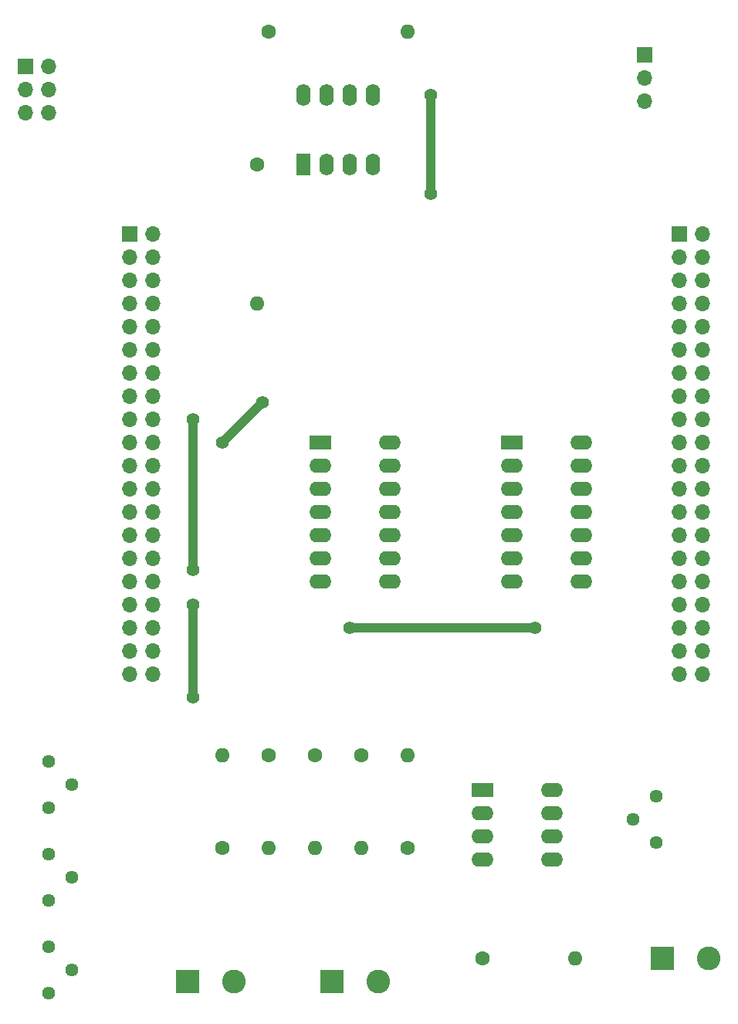
<source format=gbr>
%TF.GenerationSoftware,KiCad,Pcbnew,(5.0.1)-4*%
%TF.CreationDate,2021-03-18T16:30:47+01:00*%
%TF.ProjectId,carteDmx512,6361727465446D783531322E6B696361,rev?*%
%TF.SameCoordinates,Original*%
%TF.FileFunction,Copper,L1,Top,Signal*%
%TF.FilePolarity,Positive*%
%FSLAX46Y46*%
G04 Gerber Fmt 4.6, Leading zero omitted, Abs format (unit mm)*
G04 Created by KiCad (PCBNEW (5.0.1)-4) date 18/03/2021 16:30:47*
%MOMM*%
%LPD*%
G01*
G04 APERTURE LIST*
%TA.AperFunction,ComponentPad*%
%ADD10O,2.400000X1.600000*%
%TD*%
%TA.AperFunction,ComponentPad*%
%ADD11R,2.400000X1.600000*%
%TD*%
%TA.AperFunction,ComponentPad*%
%ADD12R,1.700000X1.700000*%
%TD*%
%TA.AperFunction,ComponentPad*%
%ADD13O,1.700000X1.700000*%
%TD*%
%TA.AperFunction,ComponentPad*%
%ADD14O,1.600000X1.600000*%
%TD*%
%TA.AperFunction,ComponentPad*%
%ADD15C,1.600000*%
%TD*%
%TA.AperFunction,ComponentPad*%
%ADD16C,1.440000*%
%TD*%
%TA.AperFunction,ComponentPad*%
%ADD17R,1.600000X2.400000*%
%TD*%
%TA.AperFunction,ComponentPad*%
%ADD18O,1.600000X2.400000*%
%TD*%
%TA.AperFunction,ComponentPad*%
%ADD19R,2.600000X2.600000*%
%TD*%
%TA.AperFunction,ComponentPad*%
%ADD20C,2.600000*%
%TD*%
%TA.AperFunction,ViaPad*%
%ADD21C,1.400000*%
%TD*%
%TA.AperFunction,Conductor*%
%ADD22C,1.000000*%
%TD*%
G04 APERTURE END LIST*
D10*
%TO.P,U1,14*%
%TO.N,5V*%
X254635000Y-96520000D03*
%TO.P,U1,7*%
%TO.N,GND*%
X247015000Y-111760000D03*
%TO.P,U1,13*%
%TO.N,Net-(J2-Pad3)*%
X254635000Y-99060000D03*
%TO.P,U1,6*%
%TO.N,start*%
X247015000Y-109220000D03*
%TO.P,U1,12*%
%TO.N,Net-(J2-Pad3)*%
X254635000Y-101600000D03*
%TO.P,U1,5*%
%TO.N,out_s*%
X247015000Y-106680000D03*
%TO.P,U1,11*%
%TO.N,Net-(J2-Pad1)*%
X254635000Y-104140000D03*
%TO.P,U1,4*%
%TO.N,Net-(U1-Pad4)*%
X247015000Y-104140000D03*
%TO.P,U1,10*%
%TO.N,N/C*%
X254635000Y-106680000D03*
%TO.P,U1,3*%
X247015000Y-101600000D03*
%TO.P,U1,9*%
X254635000Y-109220000D03*
%TO.P,U1,2*%
X247015000Y-99060000D03*
%TO.P,U1,8*%
X254635000Y-111760000D03*
D11*
%TO.P,U1,1*%
X247015000Y-96520000D03*
%TD*%
D12*
%TO.P,J4,1*%
%TO.N,Net-(J4-Pad1)*%
X205105000Y-73660000D03*
D13*
%TO.P,J4,2*%
%TO.N,Net-(J4-Pad2)*%
X207645000Y-73660000D03*
%TO.P,J4,3*%
%TO.N,TX*%
X205105000Y-76200000D03*
%TO.P,J4,4*%
%TO.N,Net-(J4-Pad4)*%
X207645000Y-76200000D03*
%TO.P,J4,5*%
%TO.N,Net-(J4-Pad5)*%
X205105000Y-78740000D03*
%TO.P,J4,6*%
%TO.N,Net-(J4-Pad6)*%
X207645000Y-78740000D03*
%TO.P,J4,7*%
%TO.N,Net-(J4-Pad7)*%
X205105000Y-81280000D03*
%TO.P,J4,8*%
%TO.N,Net-(J4-Pad8)*%
X207645000Y-81280000D03*
%TO.P,J4,9*%
%TO.N,Net-(J4-Pad9)*%
X205105000Y-83820000D03*
%TO.P,J4,10*%
%TO.N,Net-(J4-Pad10)*%
X207645000Y-83820000D03*
%TO.P,J4,11*%
%TO.N,Net-(J4-Pad11)*%
X205105000Y-86360000D03*
%TO.P,J4,12*%
%TO.N,Net-(J4-Pad12)*%
X207645000Y-86360000D03*
%TO.P,J4,13*%
%TO.N,Net-(J4-Pad13)*%
X205105000Y-88900000D03*
%TO.P,J4,14*%
%TO.N,Net-(J4-Pad14)*%
X207645000Y-88900000D03*
%TO.P,J4,15*%
%TO.N,Net-(J4-Pad15)*%
X205105000Y-91440000D03*
%TO.P,J4,16*%
%TO.N,Net-(J4-Pad16)*%
X207645000Y-91440000D03*
%TO.P,J4,17*%
%TO.N,Net-(J4-Pad17)*%
X205105000Y-93980000D03*
%TO.P,J4,18*%
%TO.N,3.3V*%
X207645000Y-93980000D03*
%TO.P,J4,19*%
%TO.N,Net-(J4-Pad19)*%
X205105000Y-96520000D03*
%TO.P,J4,20*%
%TO.N,5V*%
X207645000Y-96520000D03*
%TO.P,J4,21*%
%TO.N,GND*%
X205105000Y-99060000D03*
%TO.P,J4,22*%
X207645000Y-99060000D03*
%TO.P,J4,23*%
%TO.N,Net-(J4-Pad23)*%
X205105000Y-101600000D03*
%TO.P,J4,24*%
%TO.N,GND*%
X207645000Y-101600000D03*
%TO.P,J4,25*%
%TO.N,Net-(J4-Pad25)*%
X205105000Y-104140000D03*
%TO.P,J4,26*%
%TO.N,Vinput*%
X207645000Y-104140000D03*
%TO.P,J4,27*%
%TO.N,Net-(J4-Pad27)*%
X205105000Y-106680000D03*
%TO.P,J4,28*%
%TO.N,Net-(J4-Pad28)*%
X207645000Y-106680000D03*
%TO.P,J4,29*%
%TO.N,Net-(J4-Pad29)*%
X205105000Y-109220000D03*
%TO.P,J4,30*%
%TO.N,Net-(J4-Pad30)*%
X207645000Y-109220000D03*
%TO.P,J4,31*%
%TO.N,Net-(J4-Pad31)*%
X205105000Y-111760000D03*
%TO.P,J4,32*%
%TO.N,Net-(J4-Pad32)*%
X207645000Y-111760000D03*
%TO.P,J4,33*%
%TO.N,Net-(J4-Pad33)*%
X205105000Y-114300000D03*
%TO.P,J4,34*%
%TO.N,Net-(J4-Pad34)*%
X207645000Y-114300000D03*
%TO.P,J4,35*%
%TO.N,Net-(J4-Pad35)*%
X205105000Y-116840000D03*
%TO.P,J4,36*%
%TO.N,PitchIn_Adapt*%
X207645000Y-116840000D03*
%TO.P,J4,37*%
%TO.N,AnInG*%
X205105000Y-119380000D03*
%TO.P,J4,38*%
%TO.N,VolumeIn_Adapt*%
X207645000Y-119380000D03*
%TO.P,J4,39*%
%TO.N,AnInB*%
X205105000Y-121920000D03*
%TO.P,J4,40*%
%TO.N,AnInR*%
X207645000Y-121920000D03*
%TD*%
%TO.P,J5,40*%
%TO.N,Net-(J5-Pad40)*%
X267970000Y-121920000D03*
%TO.P,J5,39*%
%TO.N,Net-(J5-Pad39)*%
X265430000Y-121920000D03*
%TO.P,J5,38*%
%TO.N,Net-(J5-Pad38)*%
X267970000Y-119380000D03*
%TO.P,J5,37*%
%TO.N,Net-(J5-Pad37)*%
X265430000Y-119380000D03*
%TO.P,J5,36*%
%TO.N,Net-(J5-Pad36)*%
X267970000Y-116840000D03*
%TO.P,J5,35*%
%TO.N,Net-(J5-Pad35)*%
X265430000Y-116840000D03*
%TO.P,J5,34*%
%TO.N,Net-(J5-Pad34)*%
X267970000Y-114300000D03*
%TO.P,J5,33*%
%TO.N,Net-(J5-Pad33)*%
X265430000Y-114300000D03*
%TO.P,J5,32*%
%TO.N,Net-(J5-Pad32)*%
X267970000Y-111760000D03*
%TO.P,J5,31*%
%TO.N,start*%
X265430000Y-111760000D03*
%TO.P,J5,30*%
%TO.N,Net-(J5-Pad30)*%
X267970000Y-109220000D03*
%TO.P,J5,29*%
%TO.N,Net-(J5-Pad29)*%
X265430000Y-109220000D03*
%TO.P,J5,28*%
%TO.N,Net-(J5-Pad28)*%
X267970000Y-106680000D03*
%TO.P,J5,27*%
%TO.N,out_s*%
X265430000Y-106680000D03*
%TO.P,J5,26*%
%TO.N,Net-(J5-Pad26)*%
X267970000Y-104140000D03*
%TO.P,J5,25*%
%TO.N,Net-(J5-Pad25)*%
X265430000Y-104140000D03*
%TO.P,J5,24*%
%TO.N,Net-(J5-Pad24)*%
X267970000Y-101600000D03*
%TO.P,J5,23*%
%TO.N,Net-(J5-Pad23)*%
X265430000Y-101600000D03*
%TO.P,J5,22*%
%TO.N,GND*%
X267970000Y-99060000D03*
%TO.P,J5,21*%
%TO.N,Net-(J5-Pad21)*%
X265430000Y-99060000D03*
%TO.P,J5,20*%
%TO.N,Net-(J5-Pad20)*%
X267970000Y-96520000D03*
%TO.P,J5,19*%
%TO.N,Net-(J5-Pad19)*%
X265430000Y-96520000D03*
%TO.P,J5,18*%
%TO.N,Net-(J5-Pad18)*%
X267970000Y-93980000D03*
%TO.P,J5,17*%
%TO.N,Net-(J5-Pad17)*%
X265430000Y-93980000D03*
%TO.P,J5,16*%
%TO.N,Net-(J5-Pad16)*%
X267970000Y-91440000D03*
%TO.P,J5,15*%
%TO.N,Net-(J5-Pad15)*%
X265430000Y-91440000D03*
%TO.P,J5,14*%
%TO.N,Net-(J5-Pad14)*%
X267970000Y-88900000D03*
%TO.P,J5,13*%
%TO.N,Net-(J5-Pad13)*%
X265430000Y-88900000D03*
%TO.P,J5,12*%
%TO.N,Net-(J5-Pad12)*%
X267970000Y-86360000D03*
%TO.P,J5,11*%
%TO.N,Net-(J5-Pad11)*%
X265430000Y-86360000D03*
%TO.P,J5,10*%
%TO.N,Net-(J5-Pad10)*%
X267970000Y-83820000D03*
%TO.P,J5,9*%
%TO.N,Net-(J5-Pad9)*%
X265430000Y-83820000D03*
%TO.P,J5,8*%
%TO.N,Net-(J5-Pad8)*%
X267970000Y-81280000D03*
%TO.P,J5,7*%
%TO.N,Net-(J5-Pad7)*%
X265430000Y-81280000D03*
%TO.P,J5,6*%
%TO.N,enable*%
X267970000Y-78740000D03*
%TO.P,J5,5*%
%TO.N,Net-(J5-Pad5)*%
X265430000Y-78740000D03*
%TO.P,J5,4*%
%TO.N,Net-(J5-Pad4)*%
X267970000Y-76200000D03*
%TO.P,J5,3*%
%TO.N,Net-(J5-Pad3)*%
X265430000Y-76200000D03*
%TO.P,J5,2*%
%TO.N,Net-(J5-Pad2)*%
X267970000Y-73660000D03*
D12*
%TO.P,J5,1*%
%TO.N,Net-(J5-Pad1)*%
X265430000Y-73660000D03*
%TD*%
%TO.P,J3,1*%
%TO.N,Net-(J3-Pad1)*%
X193675000Y-55245000D03*
D13*
%TO.P,J3,2*%
X196215000Y-55245000D03*
%TO.P,J3,3*%
%TO.N,Net-(J3-Pad3)*%
X193675000Y-57785000D03*
%TO.P,J3,4*%
X196215000Y-57785000D03*
%TO.P,J3,5*%
%TO.N,GND*%
X193675000Y-60325000D03*
%TO.P,J3,6*%
X196215000Y-60325000D03*
%TD*%
D14*
%TO.P,R1,2*%
%TO.N,Net-(J3-Pad3)*%
X235585000Y-51435000D03*
D15*
%TO.P,R1,1*%
%TO.N,Net-(J3-Pad1)*%
X220345000Y-51435000D03*
%TD*%
%TO.P,R2,1*%
%TO.N,Net-(R2-Pad1)*%
X219075000Y-66040000D03*
D14*
%TO.P,R2,2*%
%TO.N,GND*%
X219075000Y-81280000D03*
%TD*%
D16*
%TO.P,RV1,1*%
%TO.N,3.3V*%
X196215000Y-156845000D03*
%TO.P,RV1,2*%
%TO.N,AnInR*%
X198755000Y-154305000D03*
%TO.P,RV1,3*%
%TO.N,GND*%
X196215000Y-151765000D03*
%TD*%
%TO.P,RV2,3*%
%TO.N,GND*%
X196215000Y-131445000D03*
%TO.P,RV2,2*%
%TO.N,AnInG*%
X198755000Y-133985000D03*
%TO.P,RV2,1*%
%TO.N,3.3V*%
X196215000Y-136525000D03*
%TD*%
%TO.P,RV3,3*%
%TO.N,GND*%
X196215000Y-141605000D03*
%TO.P,RV3,2*%
%TO.N,AnInB*%
X198755000Y-144145000D03*
%TO.P,RV3,1*%
%TO.N,3.3V*%
X196215000Y-146685000D03*
%TD*%
D17*
%TO.P,U3,1*%
%TO.N,Net-(R2-Pad1)*%
X224155000Y-66040000D03*
D18*
%TO.P,U3,5*%
%TO.N,GND*%
X231775000Y-58420000D03*
%TO.P,U3,2*%
%TO.N,5V*%
X226695000Y-66040000D03*
%TO.P,U3,6*%
%TO.N,Net-(J3-Pad3)*%
X229235000Y-58420000D03*
%TO.P,U3,3*%
%TO.N,enable*%
X229235000Y-66040000D03*
%TO.P,U3,7*%
%TO.N,Net-(J3-Pad1)*%
X226695000Y-58420000D03*
%TO.P,U3,4*%
%TO.N,DMX_TX*%
X231775000Y-66040000D03*
%TO.P,U3,8*%
%TO.N,5V*%
X224155000Y-58420000D03*
%TD*%
D19*
%TO.P,J6,1*%
%TO.N,GND*%
X263525000Y-153035000D03*
D20*
%TO.P,J6,2*%
%TO.N,Vinput*%
X268605000Y-153035000D03*
%TD*%
D12*
%TO.P,J2,1*%
%TO.N,Net-(J2-Pad1)*%
X261620000Y-53975000D03*
D13*
%TO.P,J2,2*%
%TO.N,DMX_TX*%
X261620000Y-56515000D03*
%TO.P,J2,3*%
%TO.N,Net-(J2-Pad3)*%
X261620000Y-59055000D03*
%TD*%
D11*
%TO.P,U2,1*%
%TO.N,TX*%
X226060000Y-96520000D03*
D10*
%TO.P,U2,8*%
%TO.N,Net-(U1-Pad4)*%
X233680000Y-111760000D03*
%TO.P,U2,2*%
%TO.N,notstart*%
X226060000Y-99060000D03*
%TO.P,U2,9*%
%TO.N,Net-(U2-Pad11)*%
X233680000Y-109220000D03*
%TO.P,U2,3*%
%TO.N,Net-(U2-Pad12)*%
X226060000Y-101600000D03*
%TO.P,U2,10*%
%TO.N,Net-(J2-Pad3)*%
X233680000Y-106680000D03*
%TO.P,U2,4*%
%TO.N,notstart*%
X226060000Y-104140000D03*
%TO.P,U2,11*%
%TO.N,Net-(U2-Pad11)*%
X233680000Y-104140000D03*
%TO.P,U2,5*%
%TO.N,start*%
X226060000Y-106680000D03*
%TO.P,U2,12*%
%TO.N,Net-(U2-Pad12)*%
X233680000Y-101600000D03*
%TO.P,U2,6*%
%TO.N,start*%
X226060000Y-109220000D03*
%TO.P,U2,13*%
%TO.N,Net-(U2-Pad12)*%
X233680000Y-99060000D03*
%TO.P,U2,7*%
%TO.N,GND*%
X226060000Y-111760000D03*
%TO.P,U2,14*%
%TO.N,5V*%
X233680000Y-96520000D03*
%TD*%
D19*
%TO.P,J7,1*%
%TO.N,GND*%
X211455000Y-155575000D03*
D20*
%TO.P,J7,2*%
%TO.N,VolumeIn*%
X216535000Y-155575000D03*
%TD*%
D14*
%TO.P,R3,2*%
%TO.N,VolumeIn_Adapt*%
X215265000Y-130810000D03*
D15*
%TO.P,R3,1*%
%TO.N,VolumeIn*%
X215265000Y-140970000D03*
%TD*%
%TO.P,R4,1*%
%TO.N,VolumeIn_Adapt*%
X220345000Y-130810000D03*
D14*
%TO.P,R4,2*%
%TO.N,GND*%
X220345000Y-140970000D03*
%TD*%
%TO.P,R5,2*%
%TO.N,PitchIn*%
X225425000Y-140970000D03*
D15*
%TO.P,R5,1*%
%TO.N,Net-(R5-Pad1)*%
X225425000Y-130810000D03*
%TD*%
%TO.P,R6,1*%
%TO.N,PitchDC*%
X230505000Y-130810000D03*
D14*
%TO.P,R6,2*%
%TO.N,Net-(R5-Pad1)*%
X230505000Y-140970000D03*
%TD*%
D15*
%TO.P,R7,1*%
%TO.N,GND*%
X243840000Y-153035000D03*
D14*
%TO.P,R7,2*%
%TO.N,Net-(R7-Pad2)*%
X254000000Y-153035000D03*
%TD*%
%TO.P,R8,2*%
%TO.N,PitchIn_Adapt*%
X235585000Y-130810000D03*
D15*
%TO.P,R8,1*%
%TO.N,Net-(R7-Pad2)*%
X235585000Y-140970000D03*
%TD*%
D11*
%TO.P,U4,1*%
%TO.N,PitchIn_Adapt*%
X243840000Y-134620000D03*
D10*
%TO.P,U4,5*%
%TO.N,Net-(RV4-Pad2)*%
X251460000Y-142240000D03*
%TO.P,U4,2*%
%TO.N,Net-(R7-Pad2)*%
X243840000Y-137160000D03*
%TO.P,U4,6*%
%TO.N,PitchDC*%
X251460000Y-139700000D03*
%TO.P,U4,3*%
%TO.N,Net-(R5-Pad1)*%
X243840000Y-139700000D03*
%TO.P,U4,7*%
%TO.N,PitchDC*%
X251460000Y-137160000D03*
%TO.P,U4,4*%
%TO.N,GND*%
X243840000Y-142240000D03*
%TO.P,U4,8*%
%TO.N,Vinput*%
X251460000Y-134620000D03*
%TD*%
D19*
%TO.P,J1,1*%
%TO.N,GND*%
X227330000Y-155575000D03*
D20*
%TO.P,J1,2*%
%TO.N,PitchIn*%
X232410000Y-155575000D03*
%TD*%
D16*
%TO.P,RV4,3*%
%TO.N,GND*%
X262890000Y-140335000D03*
%TO.P,RV4,2*%
%TO.N,Net-(RV4-Pad2)*%
X260350000Y-137795000D03*
%TO.P,RV4,1*%
%TO.N,3.3V*%
X262890000Y-135255000D03*
%TD*%
D21*
%TO.N,start*%
X249555000Y-116840000D03*
X229235000Y-116840000D03*
%TO.N,GND*%
X238125000Y-58420000D03*
X238125000Y-69215000D03*
%TO.N,5V*%
X219710000Y-92075000D03*
X215264996Y-96520000D03*
%TO.N,3.3V*%
X212089998Y-93980002D03*
X212090000Y-124460000D03*
X212089998Y-114300000D03*
X212089998Y-110490000D03*
%TD*%
D22*
%TO.N,start*%
X249555000Y-116840000D02*
X229235000Y-116840000D01*
%TO.N,GND*%
X238125000Y-58420000D02*
X238125000Y-69215000D01*
%TO.N,5V*%
X215265000Y-96520000D02*
X215264996Y-96520000D01*
X219710000Y-92075000D02*
X215265000Y-96520000D01*
%TO.N,3.3V*%
X212089998Y-124459998D02*
X212090000Y-124460000D01*
X212089998Y-114300000D02*
X212089998Y-124459998D01*
X212089998Y-93980002D02*
X212089998Y-110490000D01*
%TD*%
M02*

</source>
